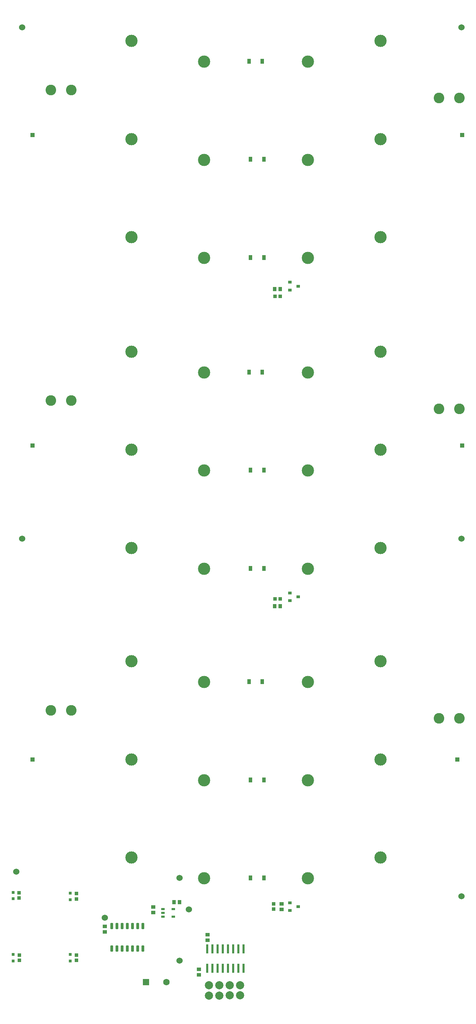
<source format=gbr>
%FSTAX23Y23*%
%MOIN*%
%SFA1B1*%

%IPPOS*%
%AMD12*
4,1,8,-0.015700,0.008900,-0.015700,-0.008900,-0.013800,-0.010800,0.013800,-0.010800,0.015700,-0.008900,0.015700,0.008900,0.013800,0.010800,-0.013800,0.010800,-0.015700,0.008900,0.0*
1,1,0.003898,-0.013800,0.008900*
1,1,0.003898,-0.013800,-0.008900*
1,1,0.003898,0.013800,-0.008900*
1,1,0.003898,0.013800,0.008900*
%
%AMD15*
4,1,8,-0.009800,-0.028500,0.009800,-0.028500,0.011800,-0.026500,0.011800,0.026500,0.009800,0.028500,-0.009800,0.028500,-0.011800,0.026500,-0.011800,-0.026500,-0.009800,-0.028500,0.0*
1,1,0.004016,-0.009800,-0.026500*
1,1,0.004016,0.009800,-0.026500*
1,1,0.004016,0.009800,0.026500*
1,1,0.004016,-0.009800,0.026500*
%
%ADD10R,0.039370X0.035433*%
%ADD11R,0.022079X0.085874*%
G04~CAMADD=12~8~0.0~0.0~216.5~315.0~19.5~0.0~15~0.0~0.0~0.0~0.0~0~0.0~0.0~0.0~0.0~0~0.0~0.0~0.0~90.0~314.0~216.0*
%ADD12D12*%
%ADD13R,0.035433X0.039370*%
%ADD14R,0.037401X0.033465*%
G04~CAMADD=15~8~0.0~0.0~236.2~570.9~20.1~0.0~15~0.0~0.0~0.0~0.0~0~0.0~0.0~0.0~0.0~0~0.0~0.0~0.0~180.0~236.0~570.0*
%ADD15D15*%
%ADD16R,0.031496X0.031496*%
%ADD17R,0.033465X0.037401*%
%ADD18R,0.035433X0.031496*%
%ADD19R,0.035827X0.048031*%
%ADD26C,0.060000*%
%ADD27C,0.078740*%
%ADD28R,0.062992X0.062992*%
%ADD29C,0.062992*%
%ADD30C,0.118110*%
%ADD31R,0.039370X0.039370*%
%ADD32C,0.102362*%
%LNmain_pads_top-1*%
%LPD*%
G54D10*
X03065Y00909D03*
Y00856D03*
X02982Y00577D03*
Y00524D03*
X02542Y01123D03*
Y01176D03*
X02076Y00937D03*
Y00991D03*
X03779Y01207D03*
Y01154D03*
G54D11*
X03063Y00586D03*
X03113D03*
X03163D03*
X03213D03*
X03263D03*
X03313D03*
X03363D03*
X03413D03*
Y00772D03*
X03363D03*
X03313D03*
X03263D03*
X03213D03*
X03163D03*
X03113D03*
X03063D03*
G54D12*
X02635Y01157D03*
Y0112D03*
Y01082D03*
X02736D03*
Y01157D03*
G54D13*
X02795Y01224D03*
X02741D03*
X03713Y07125D03*
X03766D03*
X03713Y04074D03*
X03766D03*
G54D14*
X018Y00663D03*
Y00714D03*
Y01253D03*
Y01305D03*
X0125Y00663D03*
Y00714D03*
X01249Y01263D03*
Y01314D03*
X037Y01206D03*
Y01155D03*
G54D15*
X02143Y00778D03*
X02193D03*
X02243D03*
X02293D03*
X02343D03*
X02393D03*
X02443D03*
X02143Y00993D03*
X02193D03*
X02243D03*
X02293D03*
X02343D03*
X02393D03*
X02443D03*
G54D16*
X01742Y0072D03*
Y00657D03*
Y01311D03*
Y01248D03*
X0119Y0072D03*
Y00657D03*
Y01318D03*
Y01255D03*
G54D17*
X03714Y07057D03*
X03765D03*
X03714Y04143D03*
X03765D03*
G54D18*
X03858Y01218D03*
Y01143D03*
X03937Y01181D03*
Y07154D03*
X03858Y07117D03*
Y07192D03*
X03937Y04162D03*
X03858Y04125D03*
Y04199D03*
G54D19*
X03478Y01456D03*
X03607D03*
X03478Y02401D03*
X03607D03*
X03464Y03346D03*
X03593D03*
Y09319D03*
X03464D03*
X03607Y08375D03*
X03478D03*
X03607Y0743D03*
X03478D03*
X03593Y06327D03*
X03464D03*
X03607Y05382D03*
X03478D03*
X03607Y04438D03*
X03478D03*
G54D26*
X02885Y01152D03*
X02076Y01072D03*
X02795Y01456D03*
Y00659D03*
X0122Y01515D03*
X05511Y01279D03*
Y04724D03*
X01279D03*
X05511Y09645D03*
X01279D03*
G54D27*
X03078Y00324D03*
Y00422D03*
X03179D03*
X03278Y00424D03*
X03378D03*
Y00325D03*
X03278D03*
X03179Y00324D03*
G54D28*
X0247Y00452D03*
G54D29*
X02667Y00452D03*
G54D30*
X04031Y04434D03*
X03031D03*
X04731Y04634D03*
X02331D03*
X04031Y09316D03*
X03031D03*
X04731Y09516D03*
X02331D03*
X04031Y01453D03*
X03031D03*
X04731Y01653D03*
X02331D03*
X04031Y02398D03*
X03031D03*
X04731Y02598D03*
X02331D03*
X04031Y03343D03*
X03031D03*
X04731Y03543D03*
X02331D03*
Y08571D03*
X04731D03*
X03031Y08371D03*
X04031D03*
X02331Y07627D03*
X04731D03*
X03031Y07427D03*
X04031D03*
X02331Y06524D03*
X04731D03*
X03031Y06324D03*
X04031D03*
X02331Y05579D03*
X04731D03*
X03031Y05379D03*
X04031D03*
G54D31*
X01377Y02598D03*
X05472D03*
X01377Y08611D03*
X05519Y08611D03*
X01377Y05619D03*
X05519Y05619D03*
G54D32*
X01555Y0307D03*
X01753D03*
X05295Y02992D03*
X05493D03*
X01555Y09044D03*
X01753D03*
X05295Y08965D03*
X05493D03*
X01555Y06052D03*
X01753D03*
X05295Y05973D03*
X05493D03*
M02*
</source>
